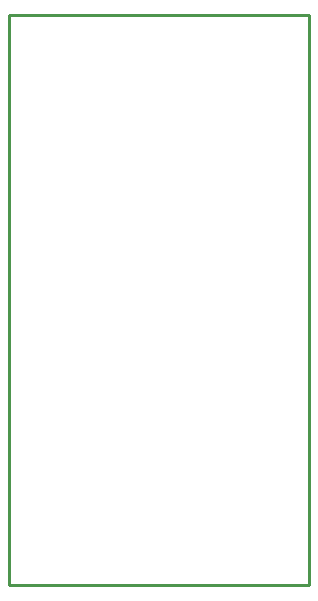
<source format=gbr>
G04 #@! TF.GenerationSoftware,KiCad,Pcbnew,7.0.9-7.0.9~ubuntu22.04.1*
G04 #@! TF.CreationDate,2023-12-08T11:13:10+02:00*
G04 #@! TF.ProjectId,ESP32-H2-DevKit-LiPo_Rev_A,45535033-322d-4483-922d-4465764b6974,A*
G04 #@! TF.SameCoordinates,PX7cc0090PY6a95280*
G04 #@! TF.FileFunction,Profile,NP*
%FSLAX46Y46*%
G04 Gerber Fmt 4.6, Leading zero omitted, Abs format (unit mm)*
G04 Created by KiCad (PCBNEW 7.0.9-7.0.9~ubuntu22.04.1) date 2023-12-08 11:13:10*
%MOMM*%
%LPD*%
G01*
G04 APERTURE LIST*
G04 #@! TA.AperFunction,Profile*
%ADD10C,0.254000*%
G04 #@! TD*
G04 APERTURE END LIST*
D10*
X25400000Y0D02*
X25400000Y48260000D01*
X0Y0D02*
X25400000Y0D01*
X25400000Y48260000D02*
X0Y48260000D01*
X0Y48260000D02*
X0Y0D01*
M02*

</source>
